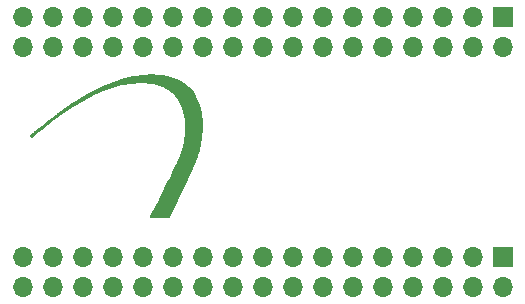
<source format=gbr>
%TF.GenerationSoftware,KiCad,Pcbnew,(6.0.7)*%
%TF.CreationDate,2022-08-10T20:47:25+10:00*%
%TF.ProjectId,Voodoo2SLI,566f6f64-6f6f-4325-934c-492e6b696361,rev?*%
%TF.SameCoordinates,Original*%
%TF.FileFunction,Soldermask,Top*%
%TF.FilePolarity,Negative*%
%FSLAX46Y46*%
G04 Gerber Fmt 4.6, Leading zero omitted, Abs format (unit mm)*
G04 Created by KiCad (PCBNEW (6.0.7)) date 2022-08-10 20:47:25*
%MOMM*%
%LPD*%
G01*
G04 APERTURE LIST*
%ADD10C,0.100000*%
%ADD11C,0.200000*%
%ADD12R,1.700000X1.700000*%
%ADD13O,1.700000X1.700000*%
G04 APERTURE END LIST*
%TO.C,REF\u002A\u002A*%
G36*
X139528000Y-101374000D02*
G01*
X140918000Y-101954000D01*
X141798000Y-102874000D01*
X142298000Y-104094000D01*
X142458000Y-105624000D01*
X142168000Y-107534000D01*
X141628000Y-109104000D01*
X140618000Y-111154000D01*
X139638000Y-113154000D01*
X138198000Y-113164000D01*
X139588000Y-110294000D01*
X140368000Y-108744000D01*
X140948000Y-107164000D01*
X141128000Y-105694000D01*
X140948000Y-104194000D01*
X140318000Y-102984000D01*
X139348000Y-102244000D01*
X138418000Y-101884000D01*
X137238000Y-101784000D01*
X135598000Y-101964000D01*
X133578000Y-102664000D01*
X131418000Y-103834000D01*
X132438000Y-103014000D01*
X134528000Y-102024000D01*
X136508000Y-101414000D01*
X138188000Y-101244000D01*
X139528000Y-101374000D01*
G37*
D10*
X139528000Y-101374000D02*
X140918000Y-101954000D01*
X141798000Y-102874000D01*
X142298000Y-104094000D01*
X142458000Y-105624000D01*
X142168000Y-107534000D01*
X141628000Y-109104000D01*
X140618000Y-111154000D01*
X139638000Y-113154000D01*
X138198000Y-113164000D01*
X139588000Y-110294000D01*
X140368000Y-108744000D01*
X140948000Y-107164000D01*
X141128000Y-105694000D01*
X140948000Y-104194000D01*
X140318000Y-102984000D01*
X139348000Y-102244000D01*
X138418000Y-101884000D01*
X137238000Y-101784000D01*
X135598000Y-101964000D01*
X133578000Y-102664000D01*
X131418000Y-103834000D01*
X132438000Y-103014000D01*
X134528000Y-102024000D01*
X136508000Y-101414000D01*
X138188000Y-101244000D01*
X139528000Y-101374000D01*
D11*
X140517814Y-108406988D02*
X140410088Y-108634748D01*
X140305155Y-108851105D01*
X140177847Y-109110951D01*
X140031696Y-109407322D01*
X139870233Y-109733254D01*
X139696988Y-110081783D01*
X139607052Y-110262346D01*
X139515494Y-110445946D01*
X139422756Y-110631714D01*
X139329279Y-110818779D01*
X139235506Y-111006270D01*
X139141877Y-111193318D01*
X139048833Y-111379051D01*
X138956816Y-111562599D01*
X138866268Y-111743091D01*
X138691341Y-112091428D01*
X138527585Y-112417097D01*
X138378529Y-112713135D01*
X138247704Y-112972578D01*
X138138643Y-113188462D01*
X139670003Y-113188462D02*
X141440979Y-109494215D01*
X140615854Y-103486123D02*
X140746465Y-103753999D01*
X140855393Y-104036747D01*
X140943378Y-104332314D01*
X141011160Y-104638646D01*
X141059478Y-104953690D01*
X141089070Y-105275393D01*
X141100678Y-105601703D01*
X141095039Y-105930565D01*
X141072894Y-106259926D01*
X141034983Y-106587735D01*
X140982043Y-106911936D01*
X140914816Y-107230478D01*
X140834039Y-107541308D01*
X140740454Y-107842371D01*
X140634799Y-108131615D01*
X140517814Y-108406988D01*
X141440979Y-109494215D02*
X141529393Y-109305151D01*
X141614790Y-109113033D01*
X141696991Y-108918088D01*
X141775818Y-108720545D01*
X141851094Y-108520631D01*
X141922641Y-108318576D01*
X141990282Y-108114608D01*
X142053838Y-107908954D01*
X142113132Y-107701843D01*
X142167987Y-107493503D01*
X142218224Y-107284164D01*
X142263667Y-107074052D01*
X142304137Y-106863396D01*
X142339456Y-106652425D01*
X142369448Y-106441367D01*
X142393934Y-106230449D01*
X142412736Y-106019902D01*
X142425678Y-105809951D01*
X142432581Y-105600827D01*
X142433268Y-105392757D01*
X142427561Y-105185970D01*
X142415282Y-104980694D01*
X142396253Y-104777156D01*
X142370298Y-104575586D01*
X142337238Y-104376212D01*
X142296896Y-104179262D01*
X142249093Y-103984964D01*
X142130398Y-103605238D01*
X141979730Y-103238862D01*
X141891963Y-103061250D01*
X141891963Y-103061250D02*
X141747386Y-102815848D01*
X141582298Y-102590067D01*
X141398380Y-102383455D01*
X141197313Y-102195557D01*
X140980780Y-102025921D01*
X140750463Y-101874094D01*
X140508043Y-101739622D01*
X140255203Y-101622053D01*
X139993624Y-101520933D01*
X139724988Y-101435810D01*
X139450978Y-101366230D01*
X139173274Y-101311740D01*
X138893559Y-101271887D01*
X138613516Y-101246219D01*
X138334825Y-101234281D01*
X138059169Y-101235621D01*
X138059169Y-101235621D02*
X137697616Y-101253610D01*
X137338340Y-101286410D01*
X136981415Y-101333456D01*
X136626916Y-101394184D01*
X136274919Y-101468028D01*
X135925497Y-101554424D01*
X135578727Y-101652809D01*
X135234683Y-101762617D01*
X134893439Y-101883284D01*
X134555072Y-102014245D01*
X134219655Y-102154937D01*
X133887264Y-102304795D01*
X133557973Y-102463253D01*
X133231857Y-102629749D01*
X132908992Y-102803717D01*
X132589453Y-102984593D01*
X132273313Y-103171812D01*
X131960649Y-103364810D01*
X131651534Y-103563022D01*
X131346045Y-103765885D01*
X131044255Y-103972833D01*
X130746240Y-104183303D01*
X130452075Y-104396729D01*
X130161834Y-104612547D01*
X129875593Y-104830193D01*
X129593426Y-105049103D01*
X129315409Y-105268711D01*
X129041616Y-105488454D01*
X128772122Y-105707766D01*
X128507002Y-105926084D01*
X128246331Y-106142844D01*
X127990185Y-106357480D01*
X128023692Y-106459094D02*
X128258853Y-106257038D01*
X128498444Y-106054097D01*
X128742352Y-105850719D01*
X128990463Y-105647354D01*
X129242665Y-105444449D01*
X129498845Y-105242455D01*
X129758889Y-105041819D01*
X130022683Y-104842991D01*
X130290116Y-104646419D01*
X130561074Y-104452552D01*
X130835444Y-104261840D01*
X131113112Y-104074731D01*
X131393966Y-103891674D01*
X131677892Y-103713118D01*
X131964778Y-103539512D01*
X132254510Y-103371304D01*
X132546975Y-103208944D01*
X132842060Y-103052880D01*
X133139651Y-102903562D01*
X133439637Y-102761437D01*
X133741903Y-102626956D01*
X134046336Y-102500566D01*
X134352824Y-102382717D01*
X134661254Y-102273858D01*
X134971511Y-102174437D01*
X135283483Y-102084904D01*
X135597058Y-102005706D01*
X135912121Y-101937294D01*
X136228559Y-101880116D01*
X136546261Y-101834621D01*
X136865111Y-101801257D01*
X137184999Y-101780475D01*
X138138643Y-113188462D02*
X139670003Y-113188462D01*
X137184999Y-101780475D02*
X137432223Y-101775720D01*
X137680572Y-101783802D01*
X137928868Y-101805152D01*
X138175932Y-101840200D01*
X138420587Y-101889378D01*
X138661654Y-101953116D01*
X138897955Y-102031846D01*
X139128314Y-102125997D01*
X139351550Y-102236002D01*
X139566487Y-102362291D01*
X139771947Y-102505296D01*
X139966751Y-102665445D01*
X140149722Y-102843172D01*
X140319681Y-103038907D01*
X140475451Y-103253080D01*
X140615854Y-103486123D01*
%TD*%
D12*
%TO.C,J1*%
X167894000Y-96266000D03*
D13*
X167894000Y-98806000D03*
X165354000Y-96266000D03*
X165354000Y-98806000D03*
X162814000Y-96266000D03*
X162814000Y-98806000D03*
X160274000Y-96266000D03*
X160274000Y-98806000D03*
X157734000Y-96266000D03*
X157734000Y-98806000D03*
X155194000Y-96266000D03*
X155194000Y-98806000D03*
X152654000Y-96266000D03*
X152654000Y-98806000D03*
X150114000Y-96266000D03*
X150114000Y-98806000D03*
X147574000Y-96266000D03*
X147574000Y-98806000D03*
X145034000Y-96266000D03*
X145034000Y-98806000D03*
X142494000Y-96266000D03*
X142494000Y-98806000D03*
X139954000Y-96266000D03*
X139954000Y-98806000D03*
X137414000Y-96266000D03*
X137414000Y-98806000D03*
X134874000Y-96266000D03*
X134874000Y-98806000D03*
X132334000Y-96266000D03*
X132334000Y-98806000D03*
X129794000Y-96266000D03*
X129794000Y-98806000D03*
X127254000Y-96266000D03*
X127254000Y-98806000D03*
%TD*%
D12*
%TO.C,J2*%
X167894000Y-116586000D03*
D13*
X167894000Y-119126000D03*
X165354000Y-116586000D03*
X165354000Y-119126000D03*
X162814000Y-116586000D03*
X162814000Y-119126000D03*
X160274000Y-116586000D03*
X160274000Y-119126000D03*
X157734000Y-116586000D03*
X157734000Y-119126000D03*
X155194000Y-116586000D03*
X155194000Y-119126000D03*
X152654000Y-116586000D03*
X152654000Y-119126000D03*
X150114000Y-116586000D03*
X150114000Y-119126000D03*
X147574000Y-116586000D03*
X147574000Y-119126000D03*
X145034000Y-116586000D03*
X145034000Y-119126000D03*
X142494000Y-116586000D03*
X142494000Y-119126000D03*
X139954000Y-116586000D03*
X139954000Y-119126000D03*
X137414000Y-116586000D03*
X137414000Y-119126000D03*
X134874000Y-116586000D03*
X134874000Y-119126000D03*
X132334000Y-116586000D03*
X132334000Y-119126000D03*
X129794000Y-116586000D03*
X129794000Y-119126000D03*
X127254000Y-116586000D03*
X127254000Y-119126000D03*
%TD*%
M02*

</source>
